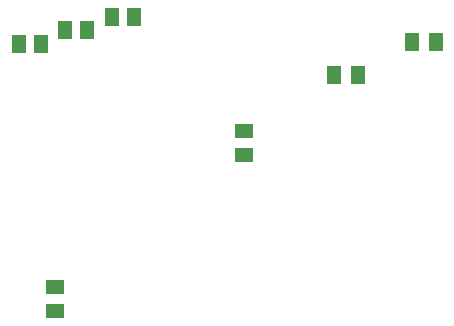
<source format=gbr>
G04 EAGLE Gerber RS-274X export*
G75*
%MOMM*%
%FSLAX34Y34*%
%LPD*%
%INSolderpaste Bottom*%
%IPPOS*%
%AMOC8*
5,1,8,0,0,1.08239X$1,22.5*%
G01*
%ADD10R,1.600000X1.300000*%
%ADD11R,1.300000X1.600000*%
%ADD12R,1.300000X1.500000*%


D10*
X599440Y363380D03*
X599440Y383380D03*
X759460Y495460D03*
X759460Y515460D03*
D11*
X921860Y590550D03*
X901860Y590550D03*
X835820Y562610D03*
X855820Y562610D03*
D12*
X666090Y612140D03*
X647090Y612140D03*
X626720Y600710D03*
X607720Y600710D03*
X587350Y589280D03*
X568350Y589280D03*
M02*

</source>
